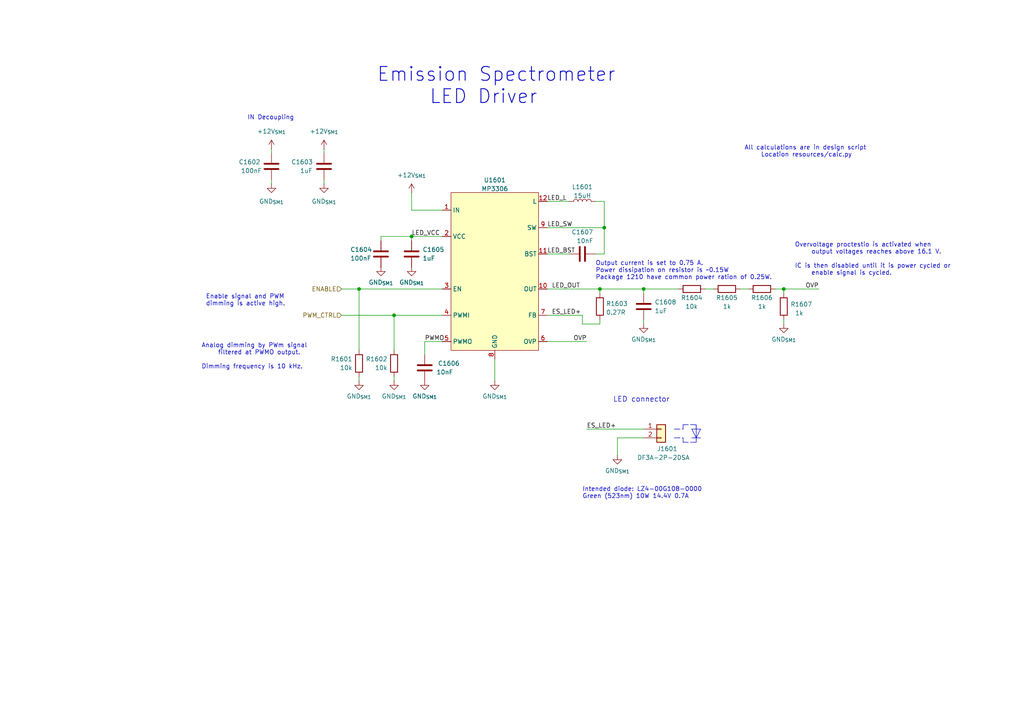
<source format=kicad_sch>
(kicad_sch (version 20231120) (generator "eeschema") (generator_version "8.0")
  (paper "A4")
  (title_block (title "Sensor multi-board") (date "2024-06-17") (rev "${VERSION}") (company "TrendBit s.r.o.") (comment 1 "Designed by: Petr Malaník"))
  (lib_symbols
    (symbol "Connector_Generic:Conn_01x02" (pin_names (offset 1.016) hide)
      (property "Reference" "J" (at 0 2.54 0))
      (property "Value" "Conn_01x02" (at 0 -5.08 0))
      (symbol "Conn_01x02_1_1"
        (rectangle (start -1.27 -2.413) (end 0 -2.667) (stroke (width 0.1524)))
        (rectangle (start -1.27 0.127) (end 0 -0.127) (stroke (width 0.1524)))
        (rectangle (start -1.27 1.27) (end 1.27 -3.81) (stroke (width 0.254)) (fill (type background)))
        (pin passive line (at -5.08 0 0) (length 3.81) (name "Pin_1") (number "1"))
        (pin passive line (at -5.08 -2.54 0) (length 3.81) (name "Pin_2") (number "2"))
      )
    )
    (symbol "Device:C" (pin_numbers hide) (pin_names (offset 0.254))
      (property "Reference" "C" (at 0.635 2.54 0))
      (property "Value" "C" (at 0.635 -2.54 0))
      (symbol "C_0_1"
        (polyline (pts (xy -2.032 -0.762) (xy 2.032 -0.762)) (stroke (width 0.508)))
        (polyline (pts (xy -2.032 0.762) (xy 2.032 0.762)) (stroke (width 0.508)))
      )
      (symbol "C_1_1"
        (pin passive line (at 0 3.81 270) (length 2.794) (name "~") (number "1"))
        (pin passive line (at 0 -3.81 90) (length 2.794) (name "~") (number "2"))
      )
    )
    (symbol "Device:L" (pin_numbers hide) (pin_names (offset 1.016) hide)
      (property "Reference" "L" (at -1.27 0 90))
      (property "Value" "L" (at 1.905 0 90))
      (symbol "L_0_1"
        (arc (start 0 -2.54) (mid 0.6323 -1.905) (end 0 -1.27))
        (arc (start 0 -1.27) (mid 0.6323 -0.635) (end 0 0))
        (arc (start 0 0) (mid 0.6323 0.635) (end 0 1.27))
        (arc (start 0 1.27) (mid 0.6323 1.905) (end 0 2.54))
      )
      (symbol "L_1_1"
        (pin passive line (at 0 3.81 270) (length 1.27) (name "1") (number "1"))
        (pin passive line (at 0 -3.81 90) (length 1.27) (name "2") (number "2"))
      )
    )
    (symbol "Device:R" (pin_numbers hide) (pin_names (offset 0))
      (property "Reference" "R" (at 2.032 0 90))
      (property "Value" "R" (at 0 0 90))
      (symbol "R_0_1"
        (rectangle (start -1.016 -2.54) (end 1.016 2.54) (stroke (width 0.254)))
      )
      (symbol "R_1_1"
        (pin passive line (at 0 3.81 270) (length 1.27) (name "~") (number "1"))
        (pin passive line (at 0 -3.81 90) (length 1.27) (name "~") (number "2"))
      )
    )
    (symbol "TCY_LEDs:MP3306"
      (property "Reference" "U" (at 7.62 27.94 0))
      (property "Value" "MP3306" (at -7.62 27.94 0))
      (symbol "MP3306_0_1"
        (rectangle (start -12.7 25.4) (end 12.7 -20.32) (stroke (width 0.1524)) (fill (type background)))
      )
      (symbol "MP3306_1_1"
        (pin power_in line (at -15.24 20.32 0) (length 2.54) (name "IN") (number "1"))
        (pin output line (at 15.24 -2.54 180) (length 2.54) (name "OUT") (number "10"))
        (pin passive line (at 15.24 7.62 180) (length 2.54) (name "BST") (number "11"))
        (pin passive line (at 15.24 22.86 180) (length 2.54) (name "L") (number "12"))
        (pin power_out line (at -15.24 12.7 0) (length 2.54) (name "VCC") (number "2"))
        (pin input line (at -15.24 -2.54 0) (length 2.54) (name "EN") (number "3"))
        (pin input line (at -15.24 -10.16 0) (length 2.54) (name "PWMI") (number "4"))
        (pin input line (at -15.24 -17.78 0) (length 2.54) (name "PWMO") (number "5"))
        (pin input line (at 15.24 -17.78 180) (length 2.54) (name "OVP") (number "6"))
        (pin input line (at 15.24 -10.16 180) (length 2.54) (name "FB") (number "7"))
        (pin passive line (at 0 -22.86 90) (length 2.54) (name "GND") (number "8"))
        (pin passive line (at 15.24 15.24 180) (length 2.54) (name "SW") (number "9"))
      )
    )
    (symbol "power:+12V" (power) (pin_numbers hide) (pin_names (offset 0) hide)
      (property "Value" "+12V" (at 0 3.556 0))
      (symbol "+12V_0_1"
        (polyline (pts (xy -0.762 1.27) (xy 0 2.54)))
        (polyline (pts (xy 0 0) (xy 0 2.54)))
        (polyline (pts (xy 0 2.54) (xy 0.762 1.27)))
      )
      (symbol "+12V_1_1"
        (pin power_in line (at 0 0 90) (length 0) (name "~") (number "1"))
      )
    )
    (symbol "power:GND" (power) (pin_numbers hide) (pin_names (offset 0) hide)
      (property "Value" "GND" (at 0 -3.81 0))
      (symbol "GND_0_1"
        (polyline (pts (xy 0 0) (xy 0 -1.27) (xy 1.27 -1.27) (xy 0 -2.54) (xy -1.27 -1.27) (xy 0 -1.27)))
      )
      (symbol "GND_1_1"
        (pin power_in line (at 0 0 270) (length 0) (name "~") (number "1"))
      )
    )
  )
  (junction (at 173.99 83.82))
  (junction (at 104.14 83.82))
  (junction (at 227.33 83.82))
  (junction (at 114.3 91.44))
  (junction (at 119.38 68.58))
  (junction (at 186.69 83.82))
  (junction (at 175.26 66.04))
  (wire (pts (xy 204.47 83.82) (xy 207.01 83.82)))
  (wire (pts (xy 175.26 66.04) (xy 175.26 73.66)))
  (polyline (pts (xy 198.12 124.46) (xy 198.12 123.19)) (stroke (width 0) (type dash)))
  (wire (pts (xy 158.75 66.04) (xy 175.26 66.04)))
  (wire (pts (xy 123.19 99.06) (xy 123.19 102.87)))
  (wire (pts (xy 158.75 83.82) (xy 173.99 83.82)))
  (wire (pts (xy 158.75 73.66) (xy 165.1 73.66)))
  (wire (pts (xy 104.14 109.22) (xy 104.14 110.49)))
  (polyline (pts (xy 201.93 124.46) (xy 201.93 123.19)) (stroke (width 0) (type dash)))
  (wire (pts (xy 110.49 68.58) (xy 119.38 68.58)))
  (wire (pts (xy 175.26 58.42) (xy 175.26 66.04)))
  (wire (pts (xy 128.27 99.06) (xy 123.19 99.06)))
  (wire (pts (xy 214.63 83.82) (xy 217.17 83.82)))
  (wire (pts (xy 119.38 55.88) (xy 119.38 60.96)))
  (wire (pts (xy 173.99 83.82) (xy 173.99 85.09)))
  (wire (pts (xy 158.75 99.06) (xy 170.18 99.06)))
  (wire (pts (xy 128.27 60.96) (xy 119.38 60.96)))
  (wire (pts (xy 170.18 124.46) (xy 186.69 124.46)))
  (wire (pts (xy 227.33 83.82) (xy 237.49 83.82)))
  (wire (pts (xy 114.3 109.22) (xy 114.3 110.49)))
  (wire (pts (xy 172.72 73.66) (xy 175.26 73.66)))
  (wire (pts (xy 186.69 83.82) (xy 196.85 83.82)))
  (wire (pts (xy 143.51 110.49) (xy 143.51 104.14)))
  (polyline (pts (xy 201.93 124.46) (xy 201.93 127)) (stroke (width 0) (type solid)))
  (polyline (pts (xy 200.66 127) (xy 203.2 127)) (stroke (width 0) (type solid)))
  (wire (pts (xy 93.98 43.18) (xy 93.98 44.45)))
  (wire (pts (xy 173.99 83.82) (xy 186.69 83.82)))
  (wire (pts (xy 227.33 85.09) (xy 227.33 83.82)))
  (wire (pts (xy 99.06 91.44) (xy 114.3 91.44)))
  (wire (pts (xy 173.99 93.98) (xy 168.91 93.98)))
  (wire (pts (xy 186.69 92.71) (xy 186.69 93.98)))
  (polyline (pts (xy 201.93 127) (xy 203.2 124.46)) (stroke (width 0) (type solid)))
  (wire (pts (xy 158.75 58.42) (xy 165.1 58.42)))
  (wire (pts (xy 172.72 58.42) (xy 175.26 58.42)))
  (wire (pts (xy 179.07 127) (xy 179.07 132.08)))
  (wire (pts (xy 104.14 83.82) (xy 128.27 83.82)))
  (wire (pts (xy 78.74 53.34) (xy 78.74 52.07)))
  (wire (pts (xy 168.91 91.44) (xy 168.91 93.98)))
  (polyline (pts (xy 200.66 124.46) (xy 201.93 127)) (stroke (width 0) (type solid)))
  (wire (pts (xy 173.99 92.71) (xy 173.99 93.98)))
  (wire (pts (xy 104.14 83.82) (xy 104.14 101.6)))
  (wire (pts (xy 114.3 91.44) (xy 114.3 101.6)))
  (wire (pts (xy 78.74 43.18) (xy 78.74 44.45)))
  (wire (pts (xy 114.3 91.44) (xy 128.27 91.44)))
  (wire (pts (xy 227.33 93.98) (xy 227.33 92.71)))
  (polyline (pts (xy 200.66 124.46) (xy 203.2 124.46)) (stroke (width 0) (type solid)))
  (wire (pts (xy 128.27 68.58) (xy 119.38 68.58)))
  (wire (pts (xy 186.69 127) (xy 179.07 127)))
  (polyline (pts (xy 195.58 124.46) (xy 198.12 124.46)) (stroke (width 0) (type dash)))
  (wire (pts (xy 110.49 68.58) (xy 110.49 69.85)))
  (wire (pts (xy 224.79 83.82) (xy 227.33 83.82)))
  (wire (pts (xy 158.75 91.44) (xy 168.91 91.44)))
  (polyline (pts (xy 201.93 123.19) (xy 201.93 124.46)) (stroke (width 0) (type dash)))
  (polyline (pts (xy 198.12 127) (xy 198.12 128.27)) (stroke (width 0) (type dash)))
  (polyline (pts (xy 201.93 127) (xy 201.93 128.27)) (stroke (width 0) (type dash)))
  (wire (pts (xy 93.98 52.07) (xy 93.98 53.34)))
  (wire (pts (xy 119.38 68.58) (xy 119.38 69.85)))
  (polyline (pts (xy 201.93 123.19) (xy 198.12 123.19)) (stroke (width 0) (type dash)))
  (wire (pts (xy 186.69 85.09) (xy 186.69 83.82)))
  (polyline (pts (xy 201.93 128.27) (xy 198.12 128.27)) (stroke (width 0) (type dash)))
  (polyline (pts (xy 195.58 127) (xy 198.12 127)) (stroke (width 0) (type dash)))
  (wire (pts (xy 99.06 83.82) (xy 104.14 83.82)))
  (text "Analog dimming by PWm signal\n	filtered at PWMO output.\n\nDimming frequency is 10 kHz.\n\n" (at 58.42 109.22 0) (effects (font (size 1.27 1.27)) (justify left bottom)))
  (text "All calculations are in design script\n	Location resources/calc.py" (at 215.9 45.72 0) (effects (font (size 1.27 1.27)) (justify left bottom)))
  (text "Emission Spectrometer\n     LED Driver" (at 109.22 30.48 0) (effects (font (size 4 4) (thickness 0.254) (bold yes)) (justify left bottom)))
  (text "Enable signal and PWM\ndimming is active high." (at 59.69 88.9 0) (effects (font (size 1.27 1.27)) (justify left bottom)))
  (text "Output current is set to 0.75 A.\nPower dissipation on resistor is ~0.15W\nPackage 1210 have common power ration of 0.25W." (at 172.72 81.28 0) (effects (font (size 1.27 1.27)) (justify left bottom)))
  (text "IN Decoupling " (at 71.755 34.925 0) (effects (font (size 1.27 1.27)) (justify left bottom)))
  (text "LED connector" (at 177.8 116.84 0) (effects (font (size 1.5 1.5)) (justify left bottom)))
  (text "Intended diode: LZ4-00G108-0000\nGreen (523nm) 10W 14.4V 0.7A" (at 168.91 144.78 0) (effects (font (size 1.27 1.27)) (justify left bottom)))
  (text "Overvoltage proctestio is activated when\n	output voltages reaches above 16.1 V.\n\nIC is then disabled until it is power cycled or\n	enable signal is cycled." (at 230.505 80.01 0) (effects (font (size 1.27 1.27)) (justify left bottom)))
  (label "OVP" (at 170.18 99.06 180))
  (label "LED_BST" (at 158.75 73.66 0))
  (label "LED_OUT" (at 160.02 83.82 0))
  (label "ES_LED+" (at 170.18 124.46 0))
  (label "LED_L" (at 158.75 58.42 0))
  (label "LED_SW" (at 158.75 66.04 0))
  (label "PWMO" (at 123.19 99.06 0))
  (label "OVP" (at 237.49 83.82 180))
  (label "LED_VCC" (at 119.38 68.58 0))
  (label "ES_LED+" (at 160.02 91.44 0))
  (hierarchical_label "ENABLE" (shape input) (at 99.06 83.82 180))
  (hierarchical_label "PWM_CTRL" (shape input) (at 99.06 91.44 180))
  (symbol (lib_id "power:+12V") (at 78.74 43.18 0) (unit 1)
    (property "Reference" "#PWR01603" (effects (hide yes)))
    (property "Value" "+12V_{SM1}" (at 78.74 38.1 0))
    (property "Description" "Power symbol creates a global label with name \"+12V\"" (effects (hide yes)))
  )
  (symbol (lib_id "power:GND") (at 104.14 110.49 0) (unit 1)
    (property "Reference" "#PWR01607" (effects (hide yes)))
    (property "Value" "GND_{SM1}" (at 104.14 114.935 0))
    (property "Description" "Power symbol creates a global label with name \"GND\" , ground" (effects (hide yes)))
  )
  (symbol (lib_id "power:GND") (at 119.38 77.47 0) (unit 1)
    (property "Reference" "#PWR01611" (effects (hide yes)))
    (property "Value" "GND_{SM1}" (at 119.38 81.915 0))
    (property "Description" "Power symbol creates a global label with name \"GND\" , ground" (effects (hide yes)))
  )
  (symbol (lib_id "Device:R") (at 173.99 88.9 0) (unit 1)
    (property "Reference" "R1603" (at 175.768 88.0653 0) (effects (justify left)))
    (property "Value" "0.27R" (at 175.768 90.6022 0) (effects (justify left)))
    (property "Footprint" "Resistor_SMD:R_1210_3225Metric" (effects (hide yes)))
    (property "LCSC" "C2843710" (effects (hide yes)))
  )
  (symbol (lib_id "Device:R") (at 104.14 105.41 180) (unit 1)
    (property "Reference" "R1601" (at 102.235 104.14 0) (effects (justify left)))
    (property "Value" "10k" (at 102.235 106.68 0) (effects (justify left)))
    (property "Footprint" "Resistor_SMD:R_0603_1608Metric" (effects (hide yes)))
    (property "LCSC" "C25804" (effects (hide yes)))
  )
  (symbol (lib_id "Device:C") (at 186.69 88.9 0) (unit 1)
    (property "Reference" "C1608" (at 189.865 87.63 0) (effects (justify left)))
    (property "Value" "1uF" (at 189.865 90.17 0) (effects (justify left)))
    (property "Footprint" "Capacitor_SMD:C_0603_1608Metric" (effects (hide yes)))
    (property "Description" "Unpolarized capacitor" (effects (hide yes)))
    (property "LCSC" "C15849" (effects (hide yes)))
  )
  (symbol (lib_id "Device:C") (at 78.74 48.26 0) (unit 1)
    (property "Reference" "C1602" (at 69.215 46.99 0) (effects (justify left)))
    (property "Value" "100nF" (at 69.85 49.53 0) (effects (justify left)))
    (property "Footprint" "Capacitor_SMD:C_0603_1608Metric" (effects (hide yes)))
    (property "Description" "Unpolarized capacitor" (effects (hide yes)))
    (property "LCSC" "C14663" (effects (hide yes)))
  )
  (symbol (lib_id "power:GND") (at 110.49 77.47 0) (unit 1)
    (property "Reference" "#PWR01608" (effects (hide yes)))
    (property "Value" "GND_{SM1}" (at 110.49 81.915 0))
    (property "Description" "Power symbol creates a global label with name \"GND\" , ground" (effects (hide yes)))
  )
  (symbol (lib_id "Device:C") (at 93.98 48.26 0) (unit 1)
    (property "Reference" "C1603" (at 84.455 46.99 0) (effects (justify left)))
    (property "Value" "1uF" (at 86.995 49.53 0) (effects (justify left)))
    (property "Footprint" "Capacitor_SMD:C_0603_1608Metric" (effects (hide yes)))
    (property "Description" "Unpolarized capacitor" (effects (hide yes)))
    (property "LCSC" "C15849" (effects (hide yes)))
  )
  (symbol (lib_id "power:+12V") (at 93.98 43.18 0) (unit 1)
    (property "Reference" "#PWR01605" (effects (hide yes)))
    (property "Value" "+12V_{SM1}" (at 93.98 38.1 0))
    (property "Description" "Power symbol creates a global label with name \"+12V\"" (effects (hide yes)))
  )
  (symbol (lib_id "Device:C") (at 168.91 73.66 90) (unit 1)
    (property "Reference" "C1607" (at 172.085 67.31 90) (effects (justify left)))
    (property "Value" "10nF" (at 172.085 69.85 90) (effects (justify left)))
    (property "Footprint" "Capacitor_SMD:C_0603_1608Metric" (effects (hide yes)))
    (property "Description" "Unpolarized capacitor" (effects (hide yes)))
    (property "LCSC" "C57112" (effects (hide yes)))
  )
  (symbol (lib_id "TCY_LEDs:MP3306") (at 143.51 81.28 0) (unit 1)
    (property "Reference" "U1601" (at 143.51 52.231 0))
    (property "Value" "MP3306" (at 143.51 54.7679 0))
    (property "Footprint" "TCY_IC:QFN-12_2.0x2.0mm_P0.5mm" (effects (hide yes)))
    (property "Datasheet" "https://www.monolithicpower.com/en/documentview/productdocument/index/version/2/document_type/Datasheet/lang/en/sku/MP3306/document_id/1514/" (effects (hide yes)))
    (property "MPN" "MP3306EG-LF-Z" (effects (hide yes)))
  )
  (symbol (lib_id "power:GND") (at 186.69 93.98 0) (unit 1)
    (property "Reference" "#PWR01615" (effects (hide yes)))
    (property "Value" "GND_{SM1}" (at 186.69 98.425 0))
    (property "Description" "Power symbol creates a global label with name \"GND\" , ground" (effects (hide yes)))
  )
  (symbol (lib_id "power:GND") (at 78.74 53.34 0) (unit 1)
    (property "Reference" "#PWR01604" (effects (hide yes)))
    (property "Value" "GND_{SM1}" (at 78.74 58.42 0))
    (property "Description" "Power symbol creates a global label with name \"GND\" , ground" (effects (hide yes)))
  )
  (symbol (lib_id "Device:R") (at 220.98 83.82 90) (mirror x) (unit 1)
    (property "Reference" "R1606" (at 224.155 86.36 90) (effects (justify left)))
    (property "Value" "1k" (at 222.25 88.9 90) (effects (justify left)))
    (property "Footprint" "Resistor_SMD:R_0603_1608Metric" (effects (hide yes)))
    (property "LCSC" "C21190" (effects (hide yes)))
  )
  (symbol (lib_id "power:GND") (at 143.51 110.49 0) (unit 1)
    (property "Reference" "#PWR01613" (effects (hide yes)))
    (property "Value" "GND_{SM1}" (at 143.51 114.935 0))
    (property "Description" "Power symbol creates a global label with name \"GND\" , ground" (effects (hide yes)))
  )
  (symbol (lib_id "power:GND") (at 227.33 93.98 0) (unit 1)
    (property "Reference" "#PWR01616" (effects (hide yes)))
    (property "Value" "GND_{SM1}" (at 227.33 98.425 0))
    (property "Description" "Power symbol creates a global label with name \"GND\" , ground" (effects (hide yes)))
  )
  (symbol (lib_id "power:GND") (at 93.98 53.34 0) (unit 1)
    (property "Reference" "#PWR01606" (effects (hide yes)))
    (property "Value" "GND_{SM1}" (at 93.98 58.42 0))
    (property "Description" "Power symbol creates a global label with name \"GND\" , ground" (effects (hide yes)))
  )
  (symbol (lib_id "power:+12V") (at 119.38 55.88 0) (unit 1)
    (property "Reference" "#PWR01610" (effects (hide yes)))
    (property "Value" "+12V_{SM1}" (at 119.38 50.8 0))
    (property "Description" "Power symbol creates a global label with name \"+12V\"" (effects (hide yes)))
  )
  (symbol (lib_id "Device:R") (at 227.33 88.9 0) (mirror y) (unit 1)
    (property "Reference" "R1607" (at 235.585 88.265 0) (effects (justify left)))
    (property "Value" "1k" (at 233.045 90.805 0) (effects (justify left)))
    (property "Footprint" "Resistor_SMD:R_0603_1608Metric" (effects (hide yes)))
    (property "LCSC" "C21190" (effects (hide yes)))
  )
  (symbol (lib_id "power:GND") (at 114.3 110.49 0) (unit 1)
    (property "Reference" "#PWR01609" (effects (hide yes)))
    (property "Value" "GND_{SM1}" (at 114.3 114.935 0))
    (property "Description" "Power symbol creates a global label with name \"GND\" , ground" (effects (hide yes)))
  )
  (symbol (lib_id "power:GND") (at 123.19 110.49 0) (unit 1)
    (property "Reference" "#PWR01612" (effects (hide yes)))
    (property "Value" "GND_{SM1}" (at 123.19 114.935 0))
    (property "Description" "Power symbol creates a global label with name \"GND\" , ground" (effects (hide yes)))
  )
  (symbol (lib_id "Device:R") (at 210.82 83.82 90) (mirror x) (unit 1)
    (property "Reference" "R1605" (at 213.995 86.36 90) (effects (justify left)))
    (property "Value" "1k" (at 212.09 88.9 90) (effects (justify left)))
    (property "Footprint" "Resistor_SMD:R_0603_1608Metric" (effects (hide yes)))
    (property "LCSC" "C21190" (effects (hide yes)))
  )
  (symbol (lib_id "Device:C") (at 123.19 106.68 180) (unit 1)
    (property "Reference" "C1606" (at 133.35 105.41 0) (effects (justify left)))
    (property "Value" "10nF" (at 131.445 107.95 0) (effects (justify left)))
    (property "Footprint" "Capacitor_SMD:C_0603_1608Metric" (effects (hide yes)))
    (property "Description" "Unpolarized capacitor" (effects (hide yes)))
    (property "LCSC" "C57112" (effects (hide yes)))
  )
  (symbol (lib_id "Device:L") (at 168.91 58.42 90) (unit 1)
    (property "Reference" "L1601" (at 168.91 54.2122 90))
    (property "Value" "15uH" (at 168.91 56.7491 90))
    (property "Footprint" "Inductor_SMD:L_Taiyo-Yuden_NR-60xx" (effects (hide yes)))
    (property "LCSC" "C497861" (effects (hide yes)))
  )
  (symbol (lib_id "power:GND") (at 179.07 132.08 0) (unit 1)
    (property "Reference" "#PWR01614" (effects (hide yes)))
    (property "Value" "GND_{SM1}" (at 179.07 136.525 0))
    (property "Description" "Power symbol creates a global label with name \"GND\" , ground" (effects (hide yes)))
  )
  (symbol (lib_id "Connector_Generic:Conn_01x02") (at 191.77 124.46 0) (unit 1)
    (property "Reference" "J1601" (at 190.5 130.175 0) (effects (justify left)))
    (property "Value" "DF3A-2P-2DSA" (at 184.785 132.715 0) (effects (justify left)))
    (property "Footprint" "TCY_connectors:Hirose_DF3A-02P-2DSA_1x02_P2.00mm_Vertical" (effects (hide yes)))
    (property "Description" "Generic connector, single row, 01x02, script generated (kicad-library-utils/schlib/autogen/connector/)" (effects (hide yes)))
    (property "LCSC" "C531025" (effects (hide yes)))
    (property "MPN" "DF3A-2P-2DSA" (effects (hide yes)))
  )
  (symbol (lib_id "Device:C") (at 119.38 73.66 0) (unit 1)
    (property "Reference" "C1605" (at 122.555 72.39 0) (effects (justify left)))
    (property "Value" "1uF" (at 122.555 74.93 0) (effects (justify left)))
    (property "Footprint" "Capacitor_SMD:C_0603_1608Metric" (effects (hide yes)))
    (property "Description" "Unpolarized capacitor" (effects (hide yes)))
    (property "LCSC" "C15849" (effects (hide yes)))
  )
  (symbol (lib_id "Device:R") (at 114.3 105.41 180) (unit 1)
    (property "Reference" "R1602" (at 112.395 104.14 0) (effects (justify left)))
    (property "Value" "10k" (at 112.395 106.68 0) (effects (justify left)))
    (property "Footprint" "Resistor_SMD:R_0603_1608Metric" (effects (hide yes)))
    (property "LCSC" "C25804" (effects (hide yes)))
  )
  (symbol (lib_id "Device:R") (at 200.66 83.82 270) (unit 1)
    (property "Reference" "R1604" (at 197.485 86.36 90) (effects (justify left)))
    (property "Value" "10k" (at 198.755 88.9 90) (effects (justify left)))
    (property "Footprint" "Resistor_SMD:R_0603_1608Metric" (effects (hide yes)))
    (property "LCSC" "C25804" (effects (hide yes)))
  )
  (symbol (lib_id "Device:C") (at 110.49 73.66 0) (unit 1)
    (property "Reference" "C1604" (at 101.6 72.39 0) (effects (justify left)))
    (property "Value" "100nF" (at 101.6 74.93 0) (effects (justify left)))
    (property "Footprint" "Capacitor_SMD:C_0603_1608Metric" (effects (hide yes)))
    (property "Description" "Unpolarized capacitor" (effects (hide yes)))
    (property "LCSC" "C14663" (effects (hide yes)))
  )
)
</source>
